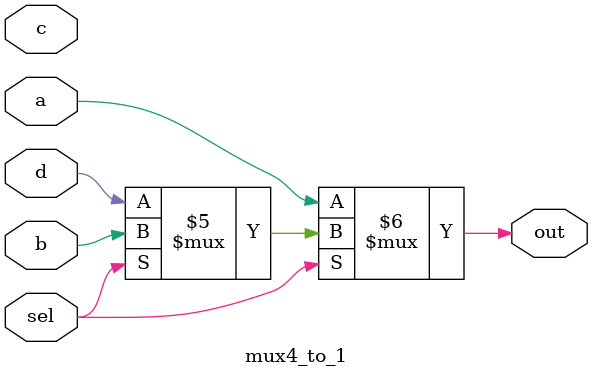
<source format=sv>
module top_module (
    input c,
    input d,
    output [3:0] mux_in
);

wire t1, t2, t3, t4, t5;
wire [3:0] t6, t7, t8, t9;

// Implementing the K-map using 2-to-1 multiplexers
mux2_to_1 mux1 (.a(c), .b(d), .sel(a), .out(t1));
mux2_to_1 mux2 (.a(~d), .b(~c), .sel(a), .out(t2));
mux2_to_1 mux3 (.a(c), .b(~d), .sel(a), .out(t3));
mux2_to_1 mux4 (.a(~c), .b(d), .sel(a), .out(t4));
mux2_to_1 mux5 (.a(b), .b(~c), .sel(a), .out(t5));

// Constructing the 4-to-1 multiplexer using the outputs of the 2-to-1 multiplexers
mux4_to_1 mux6 (.a(t2), .b(t4), .c(t3), .d(t5), .sel(b), .out(t6));
mux4_to_1 mux7 (.a(t1), .b(t2), .c(t5), .d(t4), .sel(b), .out(t7));
mux4_to_1 mux8 (.a(t1), .b(t3), .c(t4), .d(t2), .sel(b), .out(t8));
mux4_to_1 mux9 (.a(t2), .b(t3), .c(t5), .d(t1), .sel(b), .out(t9));

// Assigning the outputs of the 4-to-1 multiplexer to the mux_in outputs
assign mux_in[0] = t6[0];
assign mux_in[1] = t7[0];
assign mux_in[2] = t8[0];
assign mux_in[3] = t9[0];

endmodule
module mux2_to_1 (
    input a,
    input b,
    input sel,
    output out
);

// 2-to-1 multiplexer implementation
assign out = (sel == 0) ? a : b;

endmodule
module mux4_to_1 (
    input a,
    input b,
    input c,
    input d,
    input sel,
    output out
);

// 4-to-1 multiplexer implementation
assign out = (sel == 00) ? a : (sel == 01) ? b : (sel == 10) ? c : d;

endmodule

</source>
